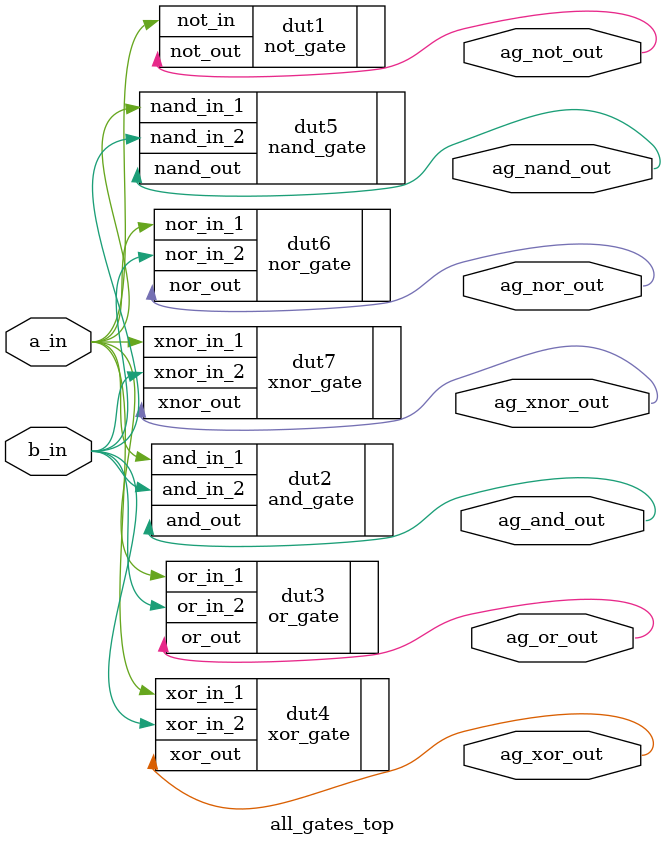
<source format=v>
`timescale 1ns / 1ps


module all_gates_top(
    input a_in,
    input b_in,
    output ag_not_out,
    output ag_and_out,
    output ag_or_out,
    output ag_xor_out,
    output ag_nand_out,
    output ag_nor_out,
    output ag_xnor_out
    );
    
    not_gate dut1 (
        .not_in(a_in),
        .not_out(ag_not_out)
    );
    
    and_gate dut2 (
        .and_in_1(a_in),
        .and_in_2(b_in),
        .and_out(ag_and_out)
        );
    
    or_gate dut3 (
        .or_in_1(a_in),
        .or_in_2(b_in),
        .or_out(ag_or_out)
        );
        
     xor_gate dut4 (
        .xor_in_1(a_in),
        .xor_in_2(b_in),
        .xor_out(ag_xor_out)
        );
        
     nand_gate dut5 (
        .nand_in_1(a_in),
        .nand_in_2(b_in),
        .nand_out(ag_nand_out)
        );
        
     nor_gate dut6 (
        .nor_in_1(a_in),
        .nor_in_2(b_in),
        .nor_out(ag_nor_out)
        );
        
     xnor_gate dut7 (
        .xnor_in_1(a_in),
        .xnor_in_2(b_in),
        .xnor_out(ag_xnor_out)
        );
endmodule

</source>
